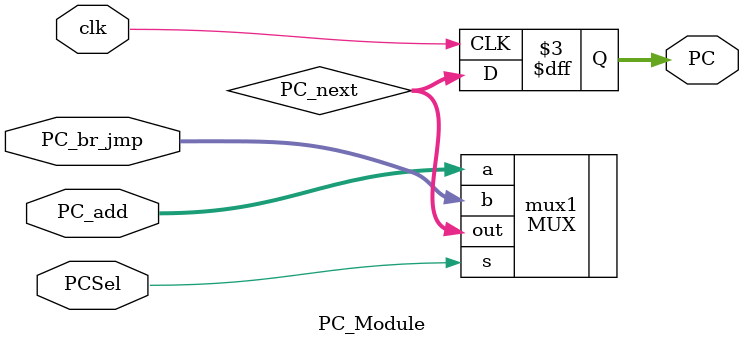
<source format=v>
module PC_Module #(parameter XLEN=32)
                (
                    input clk, PCSel,
                    input [XLEN-1:0] PC_add,
                    input [XLEN-1:0] PC_br_jmp,
                    output reg [XLEN-1:0] PC
                );

wire [XLEN-1:0] PC_next;

MUX mux1(.a(PC_add),.b(PC_br_jmp),.s(PCSel),.out(PC_next)); 

initial begin
    PC = 32'hffffffff;
end

always @(negedge clk) begin
    PC <= PC_next;
end

endmodule
</source>
